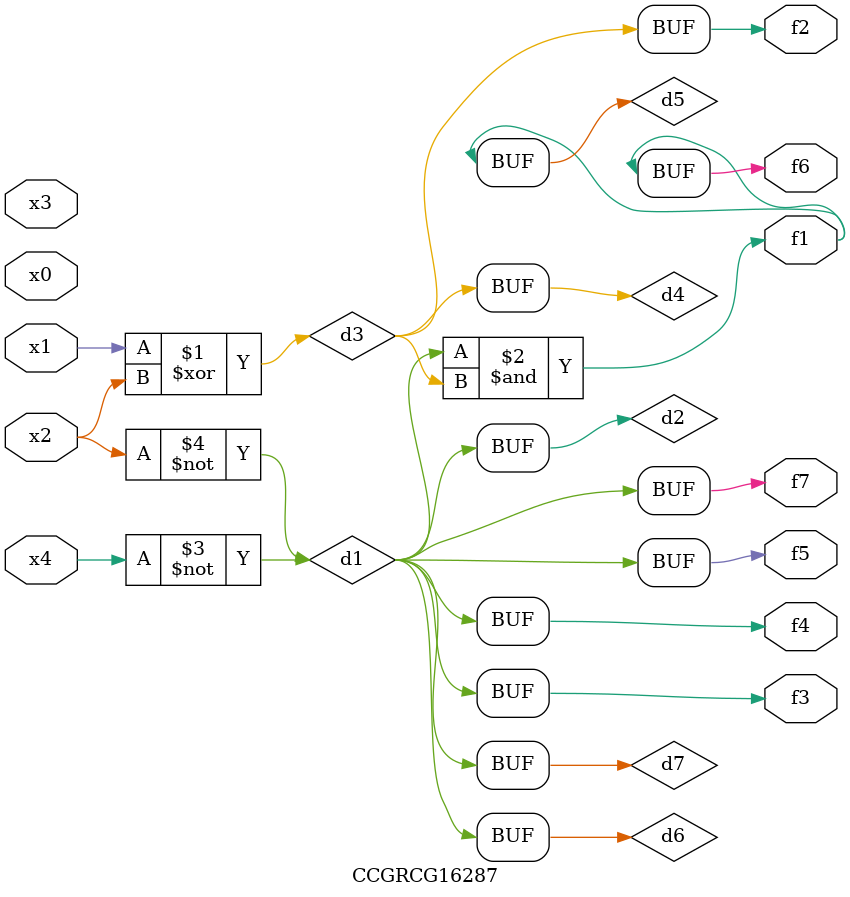
<source format=v>
module CCGRCG16287(
	input x0, x1, x2, x3, x4,
	output f1, f2, f3, f4, f5, f6, f7
);

	wire d1, d2, d3, d4, d5, d6, d7;

	not (d1, x4);
	not (d2, x2);
	xor (d3, x1, x2);
	buf (d4, d3);
	and (d5, d1, d3);
	buf (d6, d1, d2);
	buf (d7, d2);
	assign f1 = d5;
	assign f2 = d4;
	assign f3 = d7;
	assign f4 = d7;
	assign f5 = d7;
	assign f6 = d5;
	assign f7 = d7;
endmodule

</source>
